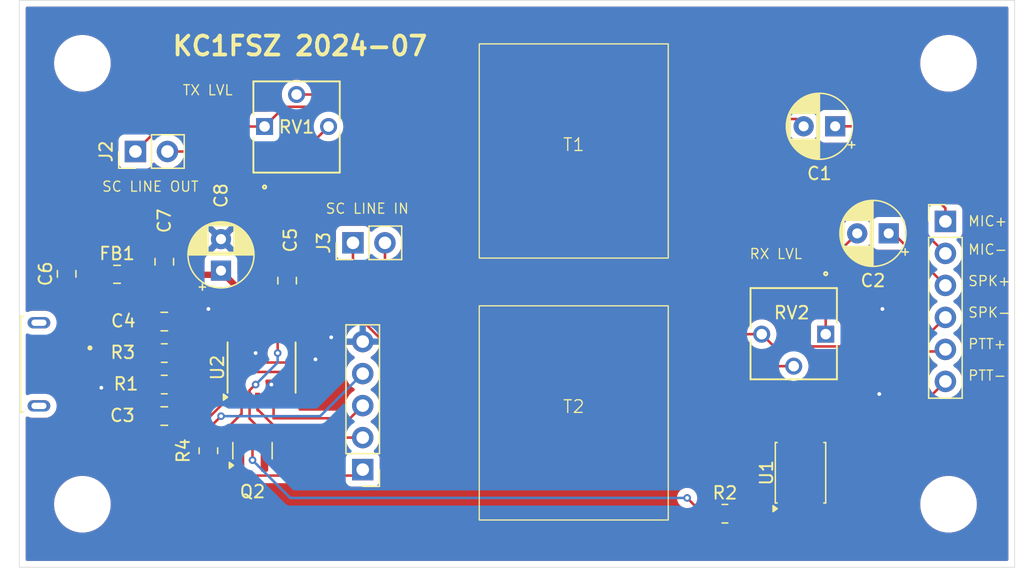
<source format=kicad_pcb>
(kicad_pcb (version 20240108) (generator "pcbnew") (generator_version "8.0")
  (layers (0 "F.Cu" signal) (31 "B.Cu" signal) (34 "B.Paste" user) (35 "F.Paste" user) (36 "B.SilkS" user "B.Silkscreen") (37 "F.SilkS" user "F.Silkscreen") (38 "B.Mask" user) (39 "F.Mask" user) (44 "Edge.Cuts" user))
  (net 0 "")
  (net 1 "Net-(T1-SA)")
  (net 2 "Net-(J1-Pin_1)")
  (net 3 "Net-(C2-Pad2)")
  (net 4 "Net-(J1-Pin_3)")
  (net 5 "GND")
  (net 6 "Net-(J4-D+)")
  (net 7 "Net-(J4-D-)")
  (net 8 "+3.3V")
  (net 9 "Net-(J4-VUSB)")
  (net 10 "+5V")
  (net 11 "Net-(J1-Pin_2)")
  (net 12 "Net-(J1-Pin_6)")
  (net 13 "Net-(J1-Pin_4)")
  (net 14 "Net-(J1-Pin_5)")
  (net 15 "Net-(J2-Pin_1)")
  (net 16 "Net-(J2-Pin_2)")
  (net 17 "Net-(J3-Pin_2)")
  (net 18 "Net-(J3-Pin_1)")
  (net 26 "Net-(J5-Pin_2)")
  (net 27 "Net-(J5-Pin_3)")
  (net 28 "Net-(J5-Pin_1)")
  (net 29 "-RTS")
  (net 30 "Net-(Q2-C)")
  (net 31 "Net-(U2-USBDP)")
  (net 32 "Net-(R2-Pad2)")
  (net 33 "Net-(U2-USBDM)")
  (net 34 "Net-(T1-AA)")
  (net 35 "Net-(T2-SB)")
  (net 40 "Net-(Q2-B)")
  (footprint "Package_TO_SOT_SMD:SOT-23" (layer "F.Cu") (at 125 111.75 90)
    (property "Reference" "Q2" (at -3.25 0 180) (layer "F.SilkS"))
    (property "Value" "MMBT3906")
    (pad "1" smd roundrect (at -0.9375 -0.95 90) (size 1.475 0.6) (layers "F.Cu" "F.Paste" "F.Mask") (net 40 "Net-(Q2-B)"))
    (pad "2" smd roundrect (at -0.9375 0.95 90) (size 1.475 0.6) (layers "F.Cu" "F.Paste" "F.Mask") (net 8 "+3.3V"))
    (pad "3" smd roundrect (at 0.9375 0 90) (size 1.475 0.6) (layers "F.Cu" "F.Paste" "F.Mask") (net 30 "Net-(Q2-C)"))
  )
  (footprint "MountingHole:MountingHole_4mm" (layer "F.Cu") (at 180.25 81)
    (property "Reference" "H4" (hide yes))
    (property "Value" "MountingHole")
    (pad "" np_thru_hole circle (at 0 0) (size 4 4) (drill 4) (layers "*.Cu" "*.Mask"))
  )
  (footprint "bruce-footprints:POT_3362P" (layer "F.Cu") (at 170.5 102.5 180)
    (property "Reference" "RV2" (at 2.7 1.7 0) (layer "F.SilkS"))
    (property "Value" "R_Potentiometer_US" (hide yes))
    (pad "1" thru_hole rect (at 0 0 180) (size 1.3462 1.3462) (drill 0.8382) (layers "*.Cu" "*.Mask") (net 3 "Net-(C2-Pad2)"))
    (pad "2" thru_hole circle (at 2.54 -2.54 180) (size 1.3462 1.3462) (drill 0.8382) (layers "*.Cu" "*.Mask") (net 35 "Net-(T2-SB)"))
    (pad "3" thru_hole circle (at 5.08 0 180) (size 1.3462 1.3462) (drill 0.8382) (layers "*.Cu" "*.Mask") (net 13 "Net-(J1-Pin_4)"))
  )
  (footprint "Resistor_SMD:R_0805_2012Metric_Pad1.20x1.40mm_HandSolder" (layer "F.Cu") (at 162.5 116.75)
    (property "Reference" "R2" (at 0 -1.65 0) (layer "F.SilkS"))
    (property "Value" "R")
    (pad "1" smd roundrect (at -1 0) (size 1.2 1.4) (layers "F.Cu" "F.Paste" "F.Mask") (roundrect_rratio 0.208333) (net 30 "Net-(Q2-C)"))
    (pad "2" smd roundrect (at 1 0) (size 1.2 1.4) (layers "F.Cu" "F.Paste" "F.Mask") (roundrect_rratio 0.208333) (net 32 "Net-(R2-Pad2)"))
  )
  (footprint "bruce-footprints:CheapAudioTransformer" (layer "F.Cu") (at 150.5 87.96)
    (property "Reference" "T1" (at 0 -0.5 0) (layer "F.SilkS") (effects (font (thickness 0.1))))
    (property "Value" "Transformer_1P_1S")
    (pad "1" smd roundrect (at -9.5 -2.54) (size 3.81 1.524) (layers "F.Cu" "F.Paste" "F.Mask") (net 34 "Net-(T1-AA)"))
    (pad "2" smd roundrect (at -9.5 2.54) (size 3.81 1.524) (layers "F.Cu" "F.Paste" "F.Mask") (net 15 "Net-(J2-Pin_1)"))
    (pad "3" smd roundrect (at 9.5 -2.54) (size 3.81 1.524) (layers "F.Cu" "F.Paste" "F.Mask") (net 1 "Net-(T1-SA)"))
    (pad "4" smd roundrect (at 9.5 2.54) (size 3.81 1.524) (layers "F.Cu" "F.Paste" "F.Mask") (net 11 "Net-(J1-Pin_2)"))
  )
  (footprint "Connector_PinHeader_2.54mm:PinHeader_1x02_P2.54mm_Vertical" (layer "F.Cu") (at 132.975 95.25 90)
    (property "Reference" "J3" (at 0 -2.33 90) (layer "F.SilkS"))
    (property "Value" "Count Card Line In")
    (pad "1" thru_hole rect (at 0 0 90) (size 1.7 1.7) (drill 1) (layers "*.Cu" "*.Mask") (net 18 "Net-(J3-Pin_1)"))
    (pad "2" thru_hole oval (at 0 2.54 90) (size 1.7 1.7) (drill 1) (layers "*.Cu" "*.Mask") (net 17 "Net-(J3-Pin_2)"))
  )
  (footprint "Package_SO:SO-4_4.4x3.6mm_P2.54mm" (layer "F.Cu") (at 168.5 113.5 90)
    (property "Reference" "U1" (at 0 -2.7 90) (layer "F.SilkS"))
    (property "Value" "LTV-356T")
    (pad "1" smd rect (at -3.15 -1.27 90) (size 2 0.64) (layers "F.Cu" "F.Paste" "F.Mask") (net 32 "Net-(R2-Pad2)"))
    (pad "2" smd rect (at -3.15 1.27 90) (size 2 0.64) (layers "F.Cu" "F.Paste" "F.Mask") (net 5 "GND"))
    (pad "3" smd rect (at 3.15 1.27 90) (size 2 0.64) (layers "F.Cu" "F.Paste" "F.Mask") (net 12 "Net-(J1-Pin_6)"))
    (pad "4" smd rect (at 3.15 -1.27 90) (size 2 0.64) (layers "F.Cu" "F.Paste" "F.Mask") (net 14 "Net-(J1-Pin_5)"))
  )
  (footprint "Package_SO:SSOP-16_3.9x4.9mm_P0.635mm" (layer "F.Cu") (at 125.7225 105.15 90)
    (property "Reference" "U2" (at 0 -3.5 90) (layer "F.SilkS"))
    (property "Value" "FT230XS")
    (pad "1" smd rect (at -2.6 -2.2225 90) (size 1.2 0.4) (layers "F.Cu" "F.Paste" "F.Mask") (net 28 "Net-(J5-Pin_1)"))
    (pad "2" smd rect (at -2.6 -1.5875 90) (size 1.2 0.4) (layers "F.Cu" "F.Paste" "F.Mask") (net 29 "-RTS"))
    (pad "3" smd rect (at -2.6 -0.9525 90) (size 1.2 0.4) (layers "F.Cu" "F.Paste" "F.Mask") (net 8 "+3.3V"))
    (pad "4" smd rect (at -2.6 -0.3175 90) (size 1.2 0.4) (layers "F.Cu" "F.Paste" "F.Mask") (net 26 "Net-(J5-Pin_2)"))
    (pad "5" smd rect (at -2.6 0.3175 90) (size 1.2 0.4) (layers "F.Cu" "F.Paste" "F.Mask") (net 5 "GND"))
    (pad "6" smd rect (at -2.6 0.9525 90) (size 1.2 0.4) (layers "F.Cu" "F.Paste" "F.Mask") (net 27 "Net-(J5-Pin_3)"))
    (pad "7" smd rect (at -2.6 1.5875 90) (size 1.2 0.4) (layers "F.Cu" "F.Paste" "F.Mask"))
    (pad "8" smd rect (at -2.6 2.2225 90) (size 1.2 0.4) (layers "F.Cu" "F.Paste" "F.Mask") (net 31 "Net-(U2-USBDP)"))
    (pad "9" smd rect (at 2.6 2.2225 90) (size 1.2 0.4) (layers "F.Cu" "F.Paste" "F.Mask") (net 33 "Net-(U2-USBDM)"))
    (pad "10" smd rect (at 2.6 1.5875 90) (size 1.2 0.4) (layers "F.Cu" "F.Paste" "F.Mask") (net 8 "+3.3V"))
    (pad "11" smd rect (at 2.6 0.9525 90) (size 1.2 0.4) (layers "F.Cu" "F.Paste" "F.Mask") (net 8 "+3.3V"))
    (pad "12" smd rect (at 2.6 0.3175 90) (size 1.2 0.4) (layers "F.Cu" "F.Paste" "F.Mask") (net 10 "+5V"))
    (pad "13" smd rect (at 2.6 -0.3175 90) (size 1.2 0.4) (layers "F.Cu" "F.Paste" "F.Mask") (net 5 "GND"))
    (pad "14" smd rect (at 2.6 -0.9525 90) (size 1.2 0.4) (layers "F.Cu" "F.Paste" "F.Mask"))
    (pad "15" smd rect (at 2.6 -1.5875 90) (size 1.2 0.4) (layers "F.Cu" "F.Paste" "F.Mask"))
    (pad "16" smd rect (at 2.6 -2.2225 90) (size 1.2 0.4) (layers "F.Cu" "F.Paste" "F.Mask"))
  )
  (footprint "MountingHole:MountingHole_4mm" (layer "F.Cu") (at 180.25 116)
    (property "Reference" "H3" (hide yes))
    (property "Value" "MountingHole")
    (pad "" np_thru_hole circle (at 0 0) (size 4 4) (drill 4) (layers "*.Cu" "*.Mask"))
  )
  (footprint "Capacitor_SMD:C_0805_2012Metric_Pad1.18x1.45mm_HandSolder" (layer "F.Cu") (at 110.25 97.7125 90)
    (property "Reference" "C6" (at 0 -1.68 90) (layer "F.SilkS"))
    (property "Value" ".01u")
    (pad "1" smd roundrect (at -1.0375 0 90) (size 1.175 1.45) (layers "F.Cu" "F.Paste" "F.Mask") (roundrect_rratio 0.212766) (net 9 "Net-(J4-VUSB)"))
    (pad "2" smd roundrect (at 1.0375 0 90) (size 1.175 1.45) (layers "F.Cu" "F.Paste" "F.Mask") (roundrect_rratio 0.212766) (net 5 "GND"))
  )
  (footprint "bruce-footprints:AMPHENOL_10118193-0001LF" (layer "F.Cu") (at 108.05 104.89075 -90)
    (property "Reference" "J4" (hide yes))
    (property "Value" "USB_B_MICRO_AMP" (hide yes))
    (pad "1" smd rect (at -1.3 -2.675 270) (size 0.4 1.35) (layers "F.Cu" "F.Paste" "F.Mask") (net 9 "Net-(J4-VUSB)"))
    (pad "2" smd rect (at -0.65 -2.675 270) (size 0.4 1.35) (layers "F.Cu" "F.Paste" "F.Mask") (net 7 "Net-(J4-D-)"))
    (pad "3" smd rect (at 0 -2.675 270) (size 0.4 1.35) (layers "F.Cu" "F.Paste" "F.Mask") (net 6 "Net-(J4-D+)"))
    (pad "4" smd rect (at 0.65 -2.675 270) (size 0.4 1.35) (layers "F.Cu" "F.Paste" "F.Mask"))
    (pad "5" smd rect (at 1.3 -2.675 270) (size 0.4 1.35) (layers "F.Cu" "F.Paste" "F.Mask") (net 5 "GND"))
    (pad "S1" smd rect (at -3.2 -2.45 270) (size 1.6 1.4) (layers "F.Cu" "F.Paste" "F.Mask"))
    (pad "S2" smd rect (at 3.2 -2.45 270) (size 1.6 1.4) (layers "F.Cu" "F.Paste" "F.Mask"))
    (pad "S3" smd rect (at 1.2 0 270) (size 1.9 1.9) (layers "F.Cu" "F.Paste" "F.Mask"))
    (pad "S4" smd rect (at -1.2 0 270) (size 1.9 1.9) (layers "F.Cu" "F.Paste" "F.Mask"))
    (pad "S5" thru_hole oval (at -3.3 0 270) (size 0.9 1.8) (drill oval 0.5 1.2) (layers "*.Cu" "*.Mask"))
    (pad "S6" thru_hole oval (at 3.3 0 270) (size 0.9 1.8) (drill oval 0.5 1.2) (layers "*.Cu" "*.Mask"))
  )
  (footprint "Connector_PinHeader_2.54mm:PinHeader_1x02_P2.54mm_Vertical" (layer "F.Cu") (at 115.71 88 90)
    (property "Reference" "J2" (at 0 -2.33 90) (layer "F.SilkS"))
    (property "Value" "Sound Card Line Out")
    (pad "1" thru_hole rect (at 0 0 90) (size 1.7 1.7) (drill 1) (layers "*.Cu" "*.Mask") (net 15 "Net-(J2-Pin_1)"))
    (pad "2" thru_hole oval (at 0 2.54 90) (size 1.7 1.7) (drill 1) (layers "*.Cu" "*.Mask") (net 16 "Net-(J2-Pin_2)"))
  )
  (footprint "bruce-footprints:POT_3362P" (layer "F.Cu") (at 125.96 86.0174)
    (property "Reference" "RV1" (at 2.54 0.0381 0) (layer "F.SilkS"))
    (property "Value" "10k")
    (pad "1" thru_hole rect (at 0 0) (size 1.3462 1.3462) (drill 0.8382) (layers "*.Cu" "*.Mask") (net 15 "Net-(J2-Pin_1)"))
    (pad "2" thru_hole circle (at 2.54 -2.54) (size 1.3462 1.3462) (drill 0.8382) (layers "*.Cu" "*.Mask") (net 34 "Net-(T1-AA)"))
    (pad "3" thru_hole circle (at 5.08 0) (size 1.3462 1.3462) (drill 0.8382) (layers "*.Cu" "*.Mask") (net 16 "Net-(J2-Pin_2)"))
  )
  (footprint "Capacitor_SMD:C_0805_2012Metric_Pad1.18x1.45mm_HandSolder" (layer "F.Cu") (at 118 96.75 90)
    (property "Reference" "C7" (at 3.25 0 90) (layer "F.SilkS"))
    (property "Value" "0.1u")
    (pad "1" smd roundrect (at -1.0375 0 90) (size 1.175 1.45) (layers "F.Cu" "F.Paste" "F.Mask") (roundrect_rratio 0.212766) (net 10 "+5V"))
    (pad "2" smd roundrect (at 1.0375 0 90) (size 1.175 1.45) (layers "F.Cu" "F.Paste" "F.Mask") (roundrect_rratio 0.212766) (net 5 "GND"))
  )
  (footprint "Capacitor_THT:CP_Radial_D5.0mm_P2.50mm" (layer "F.Cu") (at 175.5 94.5 180)
    (property "Reference" "C2" (at 1.25 -3.75 360) (layer "F.SilkS"))
    (property "Value" "47u")
    (pad "1" thru_hole rect (at 0 0 180) (size 1.6 1.6) (drill 0.8) (layers "*.Cu" "*.Mask") (net 4 "Net-(J1-Pin_3)"))
    (pad "2" thru_hole circle (at 2.5 0 180) (size 1.6 1.6) (drill 0.8) (layers "*.Cu" "*.Mask") (net 3 "Net-(C2-Pad2)"))
  )
  (footprint "Capacitor_THT:CP_Radial_D5.0mm_P2.50mm" (layer "F.Cu") (at 171.25 86 180)
    (property "Reference" "C1" (at 1.25 -3.75 360) (layer "F.SilkS"))
    (property "Value" "47u")
    (pad "1" thru_hole rect (at 0 0 180) (size 1.6 1.6) (drill 0.8) (layers "*.Cu" "*.Mask") (net 2 "Net-(J1-Pin_1)"))
    (pad "2" thru_hole circle (at 2.5 0 180) (size 1.6 1.6) (drill 0.8) (layers "*.Cu" "*.Mask") (net 1 "Net-(T1-SA)"))
  )
  (footprint "Capacitor_SMD:C_0805_2012Metric_Pad1.18x1.45mm_HandSolder" (layer "F.Cu") (at 118 101.5)
    (property "Reference" "C4" (at -3.2525 -0.05 0) (layer "F.SilkS"))
    (property "Value" "47p")
    (pad "1" smd roundrect (at -1.0375 0) (size 1.175 1.45) (layers "F.Cu" "F.Paste" "F.Mask") (roundrect_rratio 0.212766) (net 7 "Net-(J4-D-)"))
    (pad "2" smd roundrect (at 1.0375 0) (size 1.175 1.45) (layers "F.Cu" "F.Paste" "F.Mask") (roundrect_rratio 0.212766) (net 5 "GND"))
  )
  (footprint "Inductor_SMD:L_0805_2012Metric_Pad1.15x1.40mm_HandSolder" (layer "F.Cu") (at 114.25 97.75)
    (property "Reference" "FB1" (at 0 -1.65 0) (layer "F.SilkS"))
    (property "Value" "FerriteBead_Small" (hide yes))
    (pad "1" smd roundrect (at -1.025 0) (size 1.15 1.4) (layers "F.Cu" "F.Paste" "F.Mask") (roundrect_rratio 0.217391) (net 9 "Net-(J4-VUSB)"))
    (pad "2" smd roundrect (at 1.025 0) (size 1.15 1.4) (layers "F.Cu" "F.Paste" "F.Mask") (roundrect_rratio 0.217391) (net 10 "+5V"))
  )
  (footprint "Capacitor_THT:CP_Radial_D5.0mm_P2.50mm" (layer "F.Cu") (at 122.5 97.455112 90)
    (property "Reference" "C8" (at 5.955112 0 90) (layer "F.SilkS"))
    (property "Value" "4.7u")
    (pad "1" thru_hole rect (at 0 0 90) (size 1.6 1.6) (drill 0.8) (layers "*.Cu" "*.Mask") (net 10 "+5V"))
    (pad "2" thru_hole circle (at 2.5 0 90) (size 1.6 1.6) (drill 0.8) (layers "*.Cu" "*.Mask") (net 5 "GND"))
  )
  (footprint "bruce-footprints:CheapAudioTransformer" (layer "F.Cu") (at 150.5 108.75)
    (property "Reference" "T2" (at 0 -0.5 0) (layer "F.SilkS") (effects (font (thickness 0.1))))
    (property "Value" "Transformer_1P_1S")
    (pad "1" smd roundrect (at -9.5 -2.54) (size 3.81 1.524) (layers "F.Cu" "F.Paste" "F.Mask") (net 17 "Net-(J3-Pin_2)"))
    (pad "2" smd roundrect (at -9.5 2.54) (size 3.81 1.524) (layers "F.Cu" "F.Paste" "F.Mask") (net 18 "Net-(J3-Pin_1)"))
    (pad "3" smd roundrect (at 9.5 -2.54) (size 3.81 1.524) (layers "F.Cu" "F.Paste" "F.Mask") (net 13 "Net-(J1-Pin_4)"))
    (pad "4" smd roundrect (at 9.5 2.54) (size 3.81 1.524) (layers "F.Cu" "F.Paste" "F.Mask") (net 35 "Net-(T2-SB)"))
  )
  (footprint "Capacitor_SMD:C_0805_2012Metric_Pad1.18x1.45mm_HandSolder" (layer "F.Cu") (at 118 109)
    (property "Reference" "C3" (at -3.3275 -0.05 0) (layer "F.SilkS"))
    (property "Value" "47p")
    (pad "1" smd roundrect (at -1.0375 0) (size 1.175 1.45) (layers "F.Cu" "F.Paste" "F.Mask") (roundrect_rratio 0.212766) (net 6 "Net-(J4-D+)"))
    (pad "2" smd roundrect (at 1.0375 0) (size 1.175 1.45) (layers "F.Cu" "F.Paste" "F.Mask") (roundrect_rratio 0.212766) (net 5 "GND"))
  )
  (footprint "Resistor_SMD:R_0805_2012Metric_Pad1.20x1.40mm_HandSolder" (layer "F.Cu") (at 118 104)
    (property "Reference" "R3" (at -3.29 -0.05 0) (layer "F.SilkS"))
    (property "Value" "27")
    (pad "1" smd roundrect (at -1 0) (size 1.2 1.4) (layers "F.Cu" "F.Paste" "F.Mask") (roundrect_rratio 0.208333) (net 7 "Net-(J4-D-)"))
    (pad "2" smd roundrect (at 1 0) (size 1.2 1.4) (layers "F.Cu" "F.Paste" "F.Mask") (roundrect_rratio 0.208333) (net 33 "Net-(U2-USBDM)"))
  )
  (footprint "Resistor_SMD:R_0805_2012Metric_Pad1.20x1.40mm_HandSolder" (layer "F.Cu") (at 118 106.5)
    (property "Reference" "R1" (at -3.04 -0.05 0) (layer "F.SilkS"))
    (property "Value" "27")
    (pad "1" smd roundrect (at -1 0) (size 1.2 1.4) (layers "F.Cu" "F.Paste" "F.Mask") (roundrect_rratio 0.208333) (net 6 "Net-(J4-D+)"))
    (pad "2" smd roundrect (at 1 0) (size 1.2 1.4) (layers "F.Cu" "F.Paste" "F.Mask") (roundrect_rratio 0.208333) (net 31 "Net-(U2-USBDP)"))
  )
  (footprint "MountingHole:MountingHole_4mm" (layer "F.Cu") (at 111.5 116)
    (property "Reference" "H2" (hide yes))
    (property "Value" "MountingHole")
    (pad "" np_thru_hole circle (at 0 0) (size 4 4) (drill 4) (layers "*.Cu" "*.Mask"))
  )
  (footprint "Connector_PinHeader_2.54mm:PinHeader_1x05_P2.54mm_Vertical" (layer "F.Cu") (at 133.75 113.25 180)
    (property "Reference" "J5" (hide yes))
    (property "Value" "Conn_01x05")
    (pad "1" thru_hole rect (at 0 0 180) (size 1.7 1.7) (drill 1) (layers "*.Cu" "*.Mask") (net 28 "Net-(J5-Pin_1)"))
    (pad "2" thru_hole oval (at 0 2.54 180) (size 1.7 1.7) (drill 1) (layers "*.Cu" "*.Mask") (net 26 "Net-(J5-Pin_2)"))
    (pad "3" thru_hole oval (at 0 5.08 180) (size 1.7 1.7) (drill 1) (layers "*.Cu" "*.Mask") (net 27 "Net-(J5-Pin_3)"))
    (pad "4" thru_hole oval (at 0 7.62 180) (size 1.7 1.7) (drill 1) (layers "*.Cu" "*.Mask") (net 29 "-RTS"))
    (pad "5" thru_hole oval (at 0 10.16 180) (size 1.7 1.7) (drill 1) (layers "*.Cu" "*.Mask") (net 5 "GND"))
  )
  (footprint "Connector_PinHeader_2.54mm:PinHeader_1x06_P2.54mm_Vertical" (layer "F.Cu") (at 180 93.55)
    (property "Reference" "J1" (hide yes))
    (property "Value" "Rig Connections")
    (pad "1" thru_hole rect (at 0 0) (size 1.7 1.7) (drill 1) (layers "*.Cu" "*.Mask") (net 2 "Net-(J1-Pin_1)"))
    (pad "2" thru_hole oval (at 0 2.54) (size 1.7 1.7) (drill 1) (layers "*.Cu" "*.Mask") (net 11 "Net-(J1-Pin_2)"))
    (pad "3" thru_hole oval (at 0 5.08) (size 1.7 1.7) (drill 1) (layers "*.Cu" "*.Mask") (net 4 "Net-(J1-Pin_3)"))
    (pad "4" thru_hole oval (at 0 7.62) (size 1.7 1.7) (drill 1) (layers "*.Cu" "*.Mask") (net 13 "Net-(J1-Pin_4)"))
    (pad "5" thru_hole oval (at 0 10.16) (size 1.7 1.7) (drill 1) (layers "*.Cu" "*.Mask") (net 14 "Net-(J1-Pin_5)"))
    (pad "6" thru_hole oval (at 0 12.7) (size 1.7 1.7) (drill 1) (layers "*.Cu" "*.Mask") (net 12 "Net-(J1-Pin_6)"))
  )
  (footprint "MountingHole:MountingHole_4mm" (layer "F.Cu") (at 111.5 81)
    (property "Reference" "H1" (hide yes))
    (property "Value" "MountingHole")
    (pad "" np_thru_hole circle (at 0 0) (size 4 4) (drill 4) (layers "*.Cu" "*.Mask"))
  )
  (footprint "Resistor_SMD:R_0805_2012Metric_Pad1.20x1.40mm_HandSolder" (layer "F.Cu") (at 121.5 111.75 -90)
    (property "Reference" "R4" (at 0 2 90) (layer "F.SilkS"))
    (property "Value" "1k")
    (pad "1" smd roundrect (at -1 0 270) (size 1.2 1.4) (layers "F.Cu" "F.Paste" "F.Mask") (roundrect_rratio 0.208333) (net 29 "-RTS"))
    (pad "2" smd roundrect (at 1 0 270) (size 1.2 1.4) (layers "F.Cu" "F.Paste" "F.Mask") (roundrect_rratio 0.208333) (net 40 "Net-(Q2-B)"))
  )
  (footprint "Capacitor_SMD:C_0805_2012Metric_Pad1.18x1.45mm_HandSolder" (layer "F.Cu") (at 127.75 98.25 90)
    (property "Reference" "C5" (at 3.2125 0.25 90) (layer "F.SilkS"))
    (property "Value" "0.1u")
    (pad "1" smd roundrect (at -1.0375 0 90) (size 1.175 1.45) (layers "F.Cu" "F.Paste" "F.Mask") (roundrect_rratio 0.212766) (net 8 "+3.3V"))
    (pad "2" smd roundrect (at 1.0375 0 90) (size 1.175 1.45) (layers "F.Cu" "F.Paste" "F.Mask") (roundrect_rratio 0.212766) (net 5 "GND"))
  )
  (gr_line (start 126 102.875) (end 126 101.125) (stroke (width 0.3)) (layer "F.Cu") (net 10))
  (gr_rect (start 106.5 76) (end 185.5 121) (stroke (width 0.05)) (fill none) (layer "Edge.Cuts"))
  (gr_text "SC LINE IN" (at 130.75 93 0) (layer "F.SilkS") (effects (font (size 0.8 0.8) (thickness 0.1)) (justify left bottom)))
  (gr_text "MIC-" (at 181.75 96.25 0) (layer "F.SilkS") (effects (font (size 0.8 0.8) (thickness 0.1)) (justify left bottom)))
  (gr_text "RX LVL" (at 164.4 96.6 0) (layer "F.SilkS") (effects (font (size 0.8 0.8) (thickness 0.1)) (justify left bottom)))
  (gr_text "PTT+" (at 181.75 103.75 0) (layer "F.SilkS") (effects (font (size 0.8 0.8) (thickness 0.1)) (justify left bottom)))
  (gr_text "KC1FSZ 2024-07" (at 118.5 80.5 0) (layer "F.SilkS") (effects (font (size 1.5 1.5) (thickness 0.3) (bold yes)) (justify left bottom)))
  (gr_text "SPK-" (at 181.75 101.25 0) (layer "F.SilkS") (effects (font (size 0.8 0.8) (thickness 0.1)) (justify left bottom)))
  (gr_text "TX LVL" (at 119.4 83.6 0) (layer "F.SilkS") (effects (font (size 0.8 0.8) (thickness 0.1)) (justify left bottom)))
  (gr_text "MIC+" (at 181.75 94 0) (layer "F.SilkS") (effects (font (size 0.8 0.8) (thickness 0.1)) (justify left bottom)))
  (gr_text "SC LINE OUT" (at 113 91.25 0) (layer "F.SilkS") (effects (font (size 0.8 0.8) (thickness 0.1)) (justify left bottom)))
  (gr_text "PTT-" (at 181.75 106.25 0) (layer "F.SilkS") (effects (font (size 0.8 0.8) (thickness 0.1)) (justify left bottom)))
  (gr_text "SPK+" (at 181.75 98.75 0) (layer "F.SilkS") (effects (font (size 0.8 0.8) (thickness 0.1)) (justify left bottom)))
  (segment (start 160 85.42) (end 168.17 85.42) (width 0.2) (layer "F.Cu") (net 1))
  (segment (start 168.17 85.42) (end 168.75 86) (width 0.2) (layer "F.Cu") (net 1))
  (segment (start 180 92.5) (end 180 93.55) (width 0.2) (layer "F.Cu") (net 2))
  (segment (start 173.5 86) (end 180 92.5) (width 0.2) (layer "F.Cu") (net 2))
  (segment (start 171.25 86) (end 173.5 86) (width 0.2) (layer "F.Cu") (net 2))
  (segment (start 170.5 97) (end 173 94.5) (width 0.2) (layer "F.Cu") (net 3))
  (segment (start 170.5 102.5) (end 170.5 97) (width 0.2) (layer "F.Cu") (net 3))
  (segment (start 175.5 94.5) (end 175.87 94.5) (width 0.2) (layer "F.Cu") (net 4))
  (segment (start 175.87 94.5) (end 180 98.63) (width 0.2) (layer "F.Cu") (net 4))
  (segment (start 131.59 103.09) (end 131.25 102.75) (width 0.2) (layer "F.Cu") (net 5))
  (segment (start 126.04 107.75) (end 126.04 106.96) (width 0.2) (layer "F.Cu") (net 5))
  (segment (start 125.405 103.845) (end 125.405 102.55) (width 0.2) (layer "F.Cu") (net 5))
  (segment (start 126.04 106.96) (end 126.5 106.5) (width 0.2) (layer "F.Cu") (net 5))
  (segment (start 133.75 103.09) (end 131.59 103.09) (width 0.2) (layer "F.Cu") (net 5))
  (segment (start 112.44075 106.19075) (end 113 106.75) (width 0.2) (layer "F.Cu") (net 5))
  (segment (start 110.725 106.19075) (end 112.44075 106.19075) (width 0.2) (layer "F.Cu") (net 5))
  (segment (start 125.25 104) (end 125.405 103.845) (width 0.2) (layer "F.Cu") (net 5))
  (via (at 121.5 100.5) (size 0.6) (drill 0.3) (layers "F.Cu" "B.Cu") (net 5))
  (via (at 126.5 106.5) (size 0.6) (drill 0.3) (layers "F.Cu" "B.Cu") (net 5))
  (via (at 113 106.75) (size 0.6) (drill 0.3) (layers "F.Cu" "B.Cu") (net 5))
  (via (at 131.25 102.75) (size 0.6) (drill 0.3) (layers "F.Cu" "B.Cu") (net 5))
  (via (at 125.25 104) (size 0.6) (drill 0.3) (layers "F.Cu" "B.Cu") (net 5))
  (via (at 175 100.5) (size 0.6) (drill 0.3) (layers "F.Cu" "B.Cu") (net 5))
  (via (at 174.75 107.25) (size 0.6) (drill 0.3) (layers "F.Cu" "B.Cu") (net 5))
  (via (at 130 104.5) (size 0.6) (drill 0.3) (layers "F.Cu" "B.Cu") (net 5))
  (segment (start 117 106.5) (end 117 108.9625) (width 0.2) (layer "F.Cu") (net 6))
  (segment (start 117 108.9625) (end 116.9625 109) (width 0.2) (layer "F.Cu") (net 6))
  (segment (start 115.39075 104.89075) (end 117 106.5) (width 0.2) (layer "F.Cu") (net 6))
  (segment (start 110.725 104.89075) (end 115.39075 104.89075) (width 0.2) (layer "F.Cu") (net 6))
  (segment (start 116.75925 104.24075) (end 117 104) (width 0.2) (layer "F.Cu") (net 7))
  (segment (start 117 103.5) (end 116.9625 103.4625) (width 0.2) (layer "F.Cu") (net 7))
  (segment (start 116.9625 103.4625) (end 116.9625 101.5) (width 0.2) (layer "F.Cu") (net 7))
  (segment (start 117 104) (end 117 103.5) (width 0.2) (layer "F.Cu") (net 7))
  (segment (start 110.725 104.24075) (end 116.75925 104.24075) (width 0.2) (layer "F.Cu") (net 7))
  (segment (start 125.95 110.384448) (end 125.95 112.6875) (width 0.2) (layer "F.Cu") (net 8))
  (segment (start 127 102.875) (end 126.675 102.55) (width 0.2) (layer "F.Cu") (net 8))
  (segment (start 124.77 107.75) (end 124.77 106.95) (width 0.2) (layer "F.Cu") (net 8))
  (segment (start 124.77 107.75) (end 124.77 109.204448) (width 0.2) (layer "F.Cu") (net 8))
  (segment (start 127.31 99.7275) (end 127.31 102.55) (width 0.2) (layer "F.Cu") (net 8))
  (segment (start 124.77 106.95) (end 125.22 106.5) (width 0.2) (layer "F.Cu") (net 8))
  (segment (start 127 104) (end 127 102.875) (width 0.2) (layer "F.Cu") (net 8))
  (segment (start 126.675 102.55) (end 127.31 102.55) (width 0.2) (layer "F.Cu") (net 8))
  (segment (start 124.77 109.204448) (end 125.95 110.384448) (width 0.2) (layer "F.Cu") (net 8))
  (segment (start 127.75 99.2875) (end 127.31 99.7275) (width 0.2) (layer "F.Cu") (net 8))
  (via (at 127 104) (size 0.6) (drill 0.3) (layers "F.Cu" "B.Cu") (net 8))
  (via (at 125.25 106.5) (size 0.6) (drill 0.3) (layers "F.Cu" "B.Cu") (net 8))
  (segment (start 125.25 106.5) (end 127 104.75) (width 0.2) (layer "B.Cu") (net 8))
  (segment (start 127 104.75) (end 127 104) (width 0.2) (layer "B.Cu") (net 8))
  (segment (start 111.65 102.94075) (end 111.65 100.15) (width 0.5) (layer "F.Cu") (net 9))
  (segment (start 111.65 100.15) (end 110.25 98.75) (width 0.5) (layer "F.Cu") (net 9))
  (segment (start 110.5955 103.59075) (end 111.0705 103.59075) (width 0.5) (layer "F.Cu") (net 9))
  (segment (start 110.725 103.59075) (end 111 103.59075) (width 0.5) (layer "F.Cu") (net 9))
  (segment (start 111 103.59075) (end 111.65 102.94075) (width 0.5) (layer "F.Cu") (net 9))
  (segment (start 110.25 98.75) (end 112.225 98.75) (width 0.5) (layer "F.Cu") (net 9))
  (segment (start 112.225 98.75) (end 113.225 97.75) (width 0.5) (layer "F.Cu") (net 9))
  (segment (start 122.5 97.455112) (end 122.5 97.5) (width 0.5) (layer "F.Cu") (net 10))
  (segment (start 117.9625 97.75) (end 118 97.7875) (width 0.5) (layer "F.Cu") (net 10))
  (segment (start 118 97.7875) (end 122.167612 97.7875) (width 0.5) (layer "F.Cu") (net 10))
  (segment (start 115.275 97.75) (end 117.9625 97.75) (width 0.5) (layer "F.Cu") (net 10))
  (segment (start 122.5 97.5) (end 126 101) (width 0.5) (layer "F.Cu") (net 10))
  (segment (start 122.167612 97.7875) (end 122.5 97.455112) (width 0.5) (layer "F.Cu") (net 10))
  (segment (start 176.5 92.59) (end 180 96.09) (width 0.2) (layer "F.Cu") (net 11))
  (segment (start 176.5 90.5) (end 176.5 92.59) (width 0.2) (layer "F.Cu") (net 11))
  (segment (start 160 90.5) (end 176.5 90.5) (width 0.2) (layer "F.Cu") (net 11))
  (segment (start 175.9 110.35) (end 180 106.25) (width 0.2) (layer "F.Cu") (net 12))
  (segment (start 169.77 110.35) (end 175.9 110.35) (width 0.2) (layer "F.Cu") (net 12))
  (segment (start 166.3931 103.4731) (end 177.6969 103.4731) (width 0.2) (layer "F.Cu") (net 13))
  (segment (start 163.71 102.5) (end 165.42 102.5) (width 0.2) (layer "F.Cu") (net 13))
  (segment (start 165.42 102.5) (end 166.3931 103.4731) (width 0.2) (layer "F.Cu") (net 13))
  (segment (start 177.6969 103.4731) (end 180 101.17) (width 0.2) (layer "F.Cu") (net 13))
  (segment (start 160 106.21) (end 163.71 102.5) (width 0.2) (layer "F.Cu") (net 13))
  (segment (start 173.7069 103.8731) (end 179.8369 103.8731) (width 0.2) (layer "F.Cu") (net 14))
  (segment (start 179.8369 103.8731) (end 180 103.71) (width 0.2) (layer "F.Cu") (net 14))
  (segment (start 167.23 110.35) (end 173.7069 103.8731) (width 0.2) (layer "F.Cu") (net 14))
  (segment (start 141 90.5) (end 134.9505 84.4505) (width 0.2) (layer "F.Cu") (net 15))
  (segment (start 127.5269 84.4505) (end 125.96 86.0174) (width 0.2) (layer "F.Cu") (net 15))
  (segment (start 117.6926 86.0174) (end 125.96 86.0174) (width 0.2) (layer "F.Cu") (net 15))
  (segment (start 115.71 88) (end 117.6926 86.0174) (width 0.2) (layer "F.Cu") (net 15))
  (segment (start 134.9505 84.4505) (end 127.5269 84.4505) (width 0.2) (layer "F.Cu") (net 15))
  (segment (start 118.25 88) (end 129.0574 88) (width 0.2) (layer "F.Cu") (net 16))
  (segment (start 129.0574 88) (end 131.04 86.0174) (width 0.2) (layer "F.Cu") (net 16))
  (segment (start 135.515 95.25) (end 135.515 100.725) (width 0.2) (layer "F.Cu") (net 17))
  (segment (start 135.515 100.725) (end 141 106.21) (width 0.2) (layer "F.Cu") (net 17))
  (segment (start 132.975 100.68) (end 138.795 106.5) (width 0.2) (layer "F.Cu") (net 18))
  (segment (start 138.795 109.085) (end 141 111.29) (width 0.2) (layer "F.Cu") (net 18))
  (segment (start 138.795 106.5) (end 138.795 109.085) (width 0.2) (layer "F.Cu") (net 18))
  (segment (start 132.975 95.25) (end 132.975 100.68) (width 0.2) (layer "F.Cu") (net 18))
  (segment (start 133.75 110.71) (end 127.644315 110.71) (width 0.2) (layer "F.Cu") (net 26))
  (segment (start 125.405 108.470685) (end 125.405 107.75) (width 0.2) (layer "F.Cu") (net 26))
  (segment (start 125.405 108.55) (end 125.405 107.75) (width 0.2) (layer "F.Cu") (net 26))
  (segment (start 127.644315 110.71) (end 125.405 108.470685) (width 0.2) (layer "F.Cu") (net 26))
  (segment (start 126.675 109.175) (end 126.675 107.75) (width 0.2) (layer "F.Cu") (net 27))
  (segment (start 132.745 109.175) (end 126.675 109.175) (width 0.2) (layer "F.Cu") (net 27))
  (segment (start 133.75 108.17) (end 132.745 109.175) (width 0.2) (layer "F.Cu") (net 27))
  (segment (start 133.75 113.25) (end 133.275 113.725) (width 0.2) (layer "F.Cu") (net 28))
  (segment (start 120.5 113.334744) (end 120.5 110.165256) (width 0.2) (layer "F.Cu") (net 28))
  (segment (start 120.890256 113.725) (end 120.5 113.334744) (width 0.2) (layer "F.Cu") (net 28))
  (segment (start 133.275 113.725) (end 120.890256 113.725) (width 0.2) (layer "F.Cu") (net 28))
  (segment (start 120.5 110.165256) (end 122.915256 107.75) (width 0.2) (layer "F.Cu") (net 28))
  (segment (start 122.915256 107.75) (end 123.5 107.75) (width 0.2) (layer "F.Cu") (net 28))
  (segment (start 121.5 110.75) (end 121.5 110.013786) (width 0.2) (layer "F.Cu") (net 29))
  (segment (start 124.05 107.835) (end 124.135 107.75) (width 0.2) (layer "F.Cu") (net 29))
  (segment (start 121.5 110.75) (end 122.2 110.75) (width 0.2) (layer "F.Cu") (net 29))
  (segment (start 121.5 110.013786) (end 122.506893 109.006893) (width 0.2) (layer "F.Cu") (net 29))
  (segment (start 124.135 108.815) (end 124.135 107.75) (width 0.2) (layer "F.Cu") (net 29))
  (segment (start 122.2 110.75) (end 124.135 108.815) (width 0.2) (layer "F.Cu") (net 29))
  (via (at 122.506893 109.006893) (size 0.6) (drill 0.3) (layers "F.Cu" "B.Cu") (net 29))
  (segment (start 122.506893 109.006893) (end 130.373107 109.006893) (width 0.2) (layer "B.Cu") (net 29))
  (segment (start 130.373107 109.006893) (end 133.75 105.63) (width 0.2) (layer "B.Cu") (net 29))
  (segment (start 159.5 115.5) (end 160.75 116.75) (width 0.2) (layer "F.Cu") (net 30))
  (segment (start 125 110.8125) (end 125 112.5) (width 0.2) (layer "F.Cu") (net 30))
  (segment (start 160.75 116.75) (end 161.5 116.75) (width 0.2) (layer "F.Cu") (net 30))
  (via (at 159.5 115.5) (size 0.6) (drill 0.3) (layers "F.Cu" "B.Cu") (net 30))
  (via (at 125 112.5) (size 0.6) (drill 0.3) (layers "F.Cu" "B.Cu") (net 30))
  (segment (start 125 112.5) (end 128 115.5) (width 0.2) (layer "B.Cu") (net 30))
  (segment (start 128 115.5) (end 159.5 115.5) (width 0.2) (layer "B.Cu") (net 30))
  (segment (start 120 105.75) (end 119.75 105.75) (width 0.2) (layer "F.Cu") (net 31))
  (segment (start 127.945 105.695) (end 127.75 105.5) (width 0.2) (layer "F.Cu") (net 31))
  (segment (start 127.945 107.75) (end 127.945 105.695) (width 0.2) (layer "F.Cu") (net 31))
  (segment (start 119.75 105.75) (end 119 106.5) (width 0.2) (layer "F.Cu") (net 31))
  (segment (start 120.25 105.5) (end 120 105.75) (width 0.2) (layer "F.Cu") (net 31))
  (segment (start 127.75 105.5) (end 120.25 105.5) (width 0.2) (layer "F.Cu") (net 31))
  (segment (start 163.5 116.75) (end 167.13 116.75) (width 0.2) (layer "F.Cu") (net 32))
  (segment (start 167.13 116.75) (end 167.23 116.65) (width 0.2) (layer "F.Cu") (net 32))
  (segment (start 128 104.75) (end 120.5 104.75) (width 0.2) (layer "F.Cu") (net 33))
  (segment (start 119.75 104) (end 119 104) (width 0.2) (layer "F.Cu") (net 33))
  (segment (start 120.5 104.75) (end 119.75 104) (width 0.2) (layer "F.Cu") (net 33))
  (segment (start 127.945 104.695) (end 128 104.75) (width 0.2) (layer "F.Cu") (net 33))
  (segment (start 127.945 102.55) (end 127.945 104.695) (width 0.2) (layer "F.Cu") (net 33))
  (segment (start 139.0574 83.4774) (end 128.5 83.4774) (width 0.2) (layer "F.Cu") (net 34))
  (segment (start 141 85.42) (end 139.0574 83.4774) (width 0.2) (layer "F.Cu") (net 34))
  (segment (start 166.25 105.04) (end 167.96 105.04) (width 0.2) (layer "F.Cu") (net 35))
  (segment (start 160 111.29) (end 166.25 105.04) (width 0.2) (layer "F.Cu") (net 35))
  (segment (start 121.5 112.75) (end 123.9875 112.75) (width 0.2) (layer "F.Cu") (net 40))
  (segment (start 123.9875 112.75) (end 124.05 112.6875) (width 0.2) (layer "F.Cu") (net 40))
  (zone (net 5) (net_name "GND") (layer "F.Cu") (connect_pads (clearance 0.5)) (min_thickness 0.25) (fill yes (thermal_gap 0.5) (thermal_bridge_width 0.5))
    (polygon (pts (xy 106.5 76) (xy 106.5 121) (xy 185.5 121) (xy 185.5 76)))
  )
  (zone (net 5) (net_name "GND") (layer "B.Cu") (priority 1) (connect_pads (clearance 0.5)) (min_thickness 0.25) (fill yes (thermal_gap 0.5) (thermal_bridge_width 0.5))
    (polygon (pts (xy 106.5 76) (xy 106.5 121) (xy 185.5 121) (xy 185.5 76)))
  )
)
</source>
